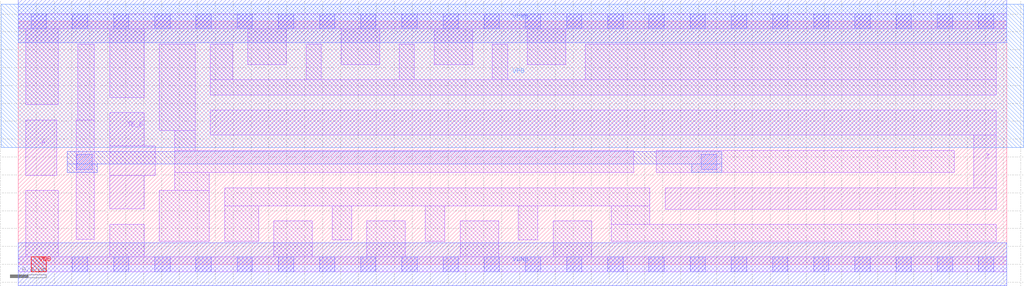
<source format=lef>
# Copyright 2020 The SkyWater PDK Authors
#
# Licensed under the Apache License, Version 2.0 (the "License");
# you may not use this file except in compliance with the License.
# You may obtain a copy of the License at
#
#     https://www.apache.org/licenses/LICENSE-2.0
#
# Unless required by applicable law or agreed to in writing, software
# distributed under the License is distributed on an "AS IS" BASIS,
# WITHOUT WARRANTIES OR CONDITIONS OF ANY KIND, either express or implied.
# See the License for the specific language governing permissions and
# limitations under the License.
#
# SPDX-License-Identifier: Apache-2.0

VERSION 5.7 ;
  NOWIREEXTENSIONATPIN ON ;
  DIVIDERCHAR "/" ;
  BUSBITCHARS "[]" ;
PROPERTYDEFINITIONS
  MACRO maskLayoutSubType STRING ;
  MACRO prCellType STRING ;
  MACRO originalViewName STRING ;
END PROPERTYDEFINITIONS
MACRO sky130_fd_sc_hdll__ebufn_8
  CLASS CORE ;
  FOREIGN sky130_fd_sc_hdll__ebufn_8 ;
  ORIGIN  0.000000  0.000000 ;
  SIZE  11.04000 BY  2.720000 ;
  SYMMETRY X Y R90 ;
  SITE unithd ;
  PIN A
    ANTENNAGATEAREA  0.555000 ;
    DIRECTION INPUT ;
    USE SIGNAL ;
    PORT
      LAYER li1 ;
        RECT 0.085000 0.995000 0.430000 1.615000 ;
    END
  END A
  PIN TE_B
    ANTENNAGATEAREA  1.631100 ;
    DIRECTION INPUT ;
    USE SIGNAL ;
    PORT
      LAYER li1 ;
        RECT 1.020000 0.620000 1.405000 0.995000 ;
        RECT 1.020000 0.995000 1.530000 1.325000 ;
        RECT 1.020000 1.325000 1.405000 1.695000 ;
    END
  END TE_B
  PIN VGND
    ANTENNADIFFAREA  1.417000 ;
    DIRECTION INOUT ;
    USE SIGNAL ;
    PORT
      LAYER met1 ;
        RECT 0.000000 -0.240000 11.040000 0.240000 ;
    END
  END VGND
  PIN VNB
    PORT
      LAYER pwell ;
        RECT 0.145000 -0.085000 0.315000 0.085000 ;
    END
  END VNB
  PIN VPB
    PORT
      LAYER nwell ;
        RECT -0.190000 1.305000 11.230000 2.910000 ;
    END
  END VPB
  PIN VPWR
    ANTENNADIFFAREA  1.958400 ;
    DIRECTION INOUT ;
    USE SIGNAL ;
    PORT
      LAYER met1 ;
        RECT 0.000000 2.480000 11.040000 2.960000 ;
    END
  END VPWR
  PIN Z
    ANTENNADIFFAREA  2.024500 ;
    DIRECTION OUTPUT ;
    USE SIGNAL ;
    PORT
      LAYER li1 ;
        RECT  2.145000 1.445000 10.925000 1.725000 ;
        RECT  7.225000 0.615000 10.925000 0.855000 ;
        RECT 10.675000 0.855000 10.925000 1.445000 ;
    END
  END Z
  OBS
    LAYER li1 ;
      RECT 0.000000 -0.085000 11.040000 0.085000 ;
      RECT 0.000000  2.635000 11.040000 2.805000 ;
      RECT 0.085000  0.085000  0.445000 0.825000 ;
      RECT 0.085000  1.785000  0.445000 2.635000 ;
      RECT 0.650000  0.280000  0.850000 1.615000 ;
      RECT 0.665000  1.615000  0.850000 2.465000 ;
      RECT 1.020000  0.085000  1.405000 0.445000 ;
      RECT 1.020000  1.865000  1.405000 2.635000 ;
      RECT 1.575000  0.255000  2.135000 0.825000 ;
      RECT 1.575000  1.495000  1.975000 2.465000 ;
      RECT 1.750000  0.825000  2.135000 1.025000 ;
      RECT 1.750000  1.025000  6.875000 1.275000 ;
      RECT 1.750000  1.275000  1.975000 1.495000 ;
      RECT 2.145000  1.895000 10.925000 2.065000 ;
      RECT 2.145000  2.065000  2.395000 2.465000 ;
      RECT 2.305000  0.255000  2.685000 0.655000 ;
      RECT 2.305000  0.655000  7.055000 0.855000 ;
      RECT 2.565000  2.235000  2.995000 2.635000 ;
      RECT 2.855000  0.085000  3.285000 0.485000 ;
      RECT 3.215000  2.065000  3.385000 2.465000 ;
      RECT 3.505000  0.275000  3.725000 0.655000 ;
      RECT 3.605000  2.235000  4.035000 2.635000 ;
      RECT 3.895000  0.085000  4.325000 0.485000 ;
      RECT 4.255000  2.065000  4.425000 2.465000 ;
      RECT 4.545000  0.255000  4.765000 0.655000 ;
      RECT 4.645000  2.235000  5.075000 2.635000 ;
      RECT 4.935000  0.085000  5.365000 0.485000 ;
      RECT 5.295000  2.065000  5.465000 2.465000 ;
      RECT 5.585000  0.275000  5.805000 0.655000 ;
      RECT 5.685000  2.235000  6.115000 2.635000 ;
      RECT 5.975000  0.085000  6.405000 0.485000 ;
      RECT 6.335000  2.065000 10.925000 2.465000 ;
      RECT 6.625000  0.255000 10.925000 0.445000 ;
      RECT 6.625000  0.445000  7.055000 0.655000 ;
      RECT 7.125000  1.025000 10.455000 1.275000 ;
    LAYER mcon ;
      RECT  0.145000 -0.085000  0.315000 0.085000 ;
      RECT  0.145000  2.635000  0.315000 2.805000 ;
      RECT  0.605000 -0.085000  0.775000 0.085000 ;
      RECT  0.605000  2.635000  0.775000 2.805000 ;
      RECT  0.655000  1.060000  0.825000 1.230000 ;
      RECT  1.065000 -0.085000  1.235000 0.085000 ;
      RECT  1.065000  2.635000  1.235000 2.805000 ;
      RECT  1.525000 -0.085000  1.695000 0.085000 ;
      RECT  1.525000  2.635000  1.695000 2.805000 ;
      RECT  1.985000 -0.085000  2.155000 0.085000 ;
      RECT  1.985000  2.635000  2.155000 2.805000 ;
      RECT  2.445000 -0.085000  2.615000 0.085000 ;
      RECT  2.445000  2.635000  2.615000 2.805000 ;
      RECT  2.905000 -0.085000  3.075000 0.085000 ;
      RECT  2.905000  2.635000  3.075000 2.805000 ;
      RECT  3.365000 -0.085000  3.535000 0.085000 ;
      RECT  3.365000  2.635000  3.535000 2.805000 ;
      RECT  3.825000 -0.085000  3.995000 0.085000 ;
      RECT  3.825000  2.635000  3.995000 2.805000 ;
      RECT  4.285000 -0.085000  4.455000 0.085000 ;
      RECT  4.285000  2.635000  4.455000 2.805000 ;
      RECT  4.745000 -0.085000  4.915000 0.085000 ;
      RECT  4.745000  2.635000  4.915000 2.805000 ;
      RECT  5.205000 -0.085000  5.375000 0.085000 ;
      RECT  5.205000  2.635000  5.375000 2.805000 ;
      RECT  5.665000 -0.085000  5.835000 0.085000 ;
      RECT  5.665000  2.635000  5.835000 2.805000 ;
      RECT  6.125000 -0.085000  6.295000 0.085000 ;
      RECT  6.125000  2.635000  6.295000 2.805000 ;
      RECT  6.585000 -0.085000  6.755000 0.085000 ;
      RECT  6.585000  2.635000  6.755000 2.805000 ;
      RECT  7.045000 -0.085000  7.215000 0.085000 ;
      RECT  7.045000  2.635000  7.215000 2.805000 ;
      RECT  7.505000 -0.085000  7.675000 0.085000 ;
      RECT  7.505000  2.635000  7.675000 2.805000 ;
      RECT  7.630000  1.060000  7.800000 1.230000 ;
      RECT  7.965000 -0.085000  8.135000 0.085000 ;
      RECT  7.965000  2.635000  8.135000 2.805000 ;
      RECT  8.425000 -0.085000  8.595000 0.085000 ;
      RECT  8.425000  2.635000  8.595000 2.805000 ;
      RECT  8.885000 -0.085000  9.055000 0.085000 ;
      RECT  8.885000  2.635000  9.055000 2.805000 ;
      RECT  9.345000 -0.085000  9.515000 0.085000 ;
      RECT  9.345000  2.635000  9.515000 2.805000 ;
      RECT  9.805000 -0.085000  9.975000 0.085000 ;
      RECT  9.805000  2.635000  9.975000 2.805000 ;
      RECT 10.265000 -0.085000 10.435000 0.085000 ;
      RECT 10.265000  2.635000 10.435000 2.805000 ;
      RECT 10.725000 -0.085000 10.895000 0.085000 ;
      RECT 10.725000  2.635000 10.895000 2.805000 ;
    LAYER met1 ;
      RECT 0.545000 1.030000 0.885000 1.120000 ;
      RECT 0.545000 1.120000 7.860000 1.260000 ;
      RECT 7.520000 1.030000 7.860000 1.120000 ;
  END
  PROPERTY maskLayoutSubType "abstract" ;
  PROPERTY prCellType "standard" ;
  PROPERTY originalViewName "layout" ;
END sky130_fd_sc_hdll__ebufn_8
END LIBRARY

</source>
